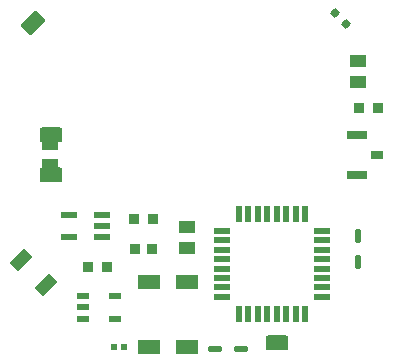
<source format=gbr>
%TF.GenerationSoftware,KiCad,Pcbnew,9.0.1*%
%TF.CreationDate,2025-05-26T11:02:23-07:00*%
%TF.ProjectId,TestWatch,54657374-5761-4746-9368-2e6b69636164,rev?*%
%TF.SameCoordinates,Original*%
%TF.FileFunction,Paste,Top*%
%TF.FilePolarity,Positive*%
%FSLAX46Y46*%
G04 Gerber Fmt 4.6, Leading zero omitted, Abs format (unit mm)*
G04 Created by KiCad (PCBNEW 9.0.1) date 2025-05-26 11:02:23*
%MOMM*%
%LPD*%
G01*
G04 APERTURE LIST*
G04 Aperture macros list*
%AMRoundRect*
0 Rectangle with rounded corners*
0 $1 Rounding radius*
0 $2 $3 $4 $5 $6 $7 $8 $9 X,Y pos of 4 corners*
0 Add a 4 corners polygon primitive as box body*
4,1,4,$2,$3,$4,$5,$6,$7,$8,$9,$2,$3,0*
0 Add four circle primitives for the rounded corners*
1,1,$1+$1,$2,$3*
1,1,$1+$1,$4,$5*
1,1,$1+$1,$6,$7*
1,1,$1+$1,$8,$9*
0 Add four rect primitives between the rounded corners*
20,1,$1+$1,$2,$3,$4,$5,0*
20,1,$1+$1,$4,$5,$6,$7,0*
20,1,$1+$1,$6,$7,$8,$9,0*
20,1,$1+$1,$8,$9,$2,$3,0*%
%AMRotRect*
0 Rectangle, with rotation*
0 The origin of the aperture is its center*
0 $1 length*
0 $2 width*
0 $3 Rotation angle, in degrees counterclockwise*
0 Add horizontal line*
21,1,$1,$2,0,0,$3*%
G04 Aperture macros list end*
%ADD10R,1.420000X1.080000*%
%ADD11R,0.890000X0.930000*%
%ADD12R,0.900000X0.970000*%
%ADD13R,0.540000X0.600000*%
%ADD14RoundRect,0.190500X-0.762000X-0.444500X0.762000X-0.444500X0.762000X0.444500X-0.762000X0.444500X0*%
%ADD15R,1.700000X0.800000*%
%ADD16R,1.100000X0.800000*%
%ADD17R,0.600000X1.475000*%
%ADD18R,1.475000X0.600000*%
%ADD19RoundRect,0.062500X0.187500X-0.542500X0.187500X0.542500X-0.187500X0.542500X-0.187500X-0.542500X0*%
%ADD20R,0.977900X0.508000*%
%ADD21R,1.320800X0.558800*%
%ADD22RoundRect,0.062500X0.542500X0.187500X-0.542500X0.187500X-0.542500X-0.187500X0.542500X-0.187500X0*%
%ADD23R,1.900000X1.300000*%
%ADD24RotRect,0.970000X1.730000X135.000000*%
%ADD25RoundRect,0.190500X-0.224506X-0.853124X0.853124X0.224506X0.224506X0.853124X-0.853124X-0.224506X0*%
%ADD26RoundRect,0.150000X0.247487X0.035355X0.035355X0.247487X-0.247487X-0.035355X-0.035355X-0.247487X0*%
G04 APERTURE END LIST*
D10*
%TO.C,C1*%
X187569200Y-89321299D03*
X187569200Y-91111301D03*
%TD*%
%TO.C,C2*%
X199169200Y-96297299D03*
X199169200Y-98087301D03*
%TD*%
D11*
%TO.C,R1*%
X196300800Y-95642300D03*
X194672800Y-95642300D03*
%TD*%
D12*
%TO.C,R4*%
X196246800Y-98192300D03*
X194726800Y-98192300D03*
%TD*%
D13*
%TO.C,R6*%
X193869000Y-106486000D03*
X193005000Y-106486000D03*
%TD*%
D14*
%TO.C,P13*%
X206818000Y-106134800D03*
%TD*%
D11*
%TO.C,R2*%
X215383200Y-86242300D03*
X213755200Y-86242300D03*
%TD*%
D15*
%TO.C,BUTT1*%
X213569200Y-88516299D03*
X213569200Y-91916301D03*
D16*
X215219200Y-90216300D03*
%TD*%
D17*
%TO.C,STM1*%
X209169200Y-95216299D03*
X208369200Y-95216300D03*
X207569201Y-95216300D03*
X206769200Y-95216300D03*
X205969200Y-95216300D03*
X205169199Y-95216300D03*
X204369200Y-95216300D03*
X203569200Y-95216299D03*
D18*
X202131199Y-96654300D03*
X202131200Y-97454300D03*
X202131200Y-98254299D03*
X202131200Y-99054300D03*
X202131200Y-99854300D03*
X202131200Y-100654301D03*
X202131200Y-101454300D03*
X202131199Y-102254300D03*
D17*
X203569200Y-103692301D03*
X204369200Y-103692300D03*
X205169199Y-103692300D03*
X205969200Y-103692300D03*
X206769200Y-103692300D03*
X207569201Y-103692300D03*
X208369200Y-103692300D03*
X209169200Y-103692301D03*
D18*
X210607201Y-102254300D03*
X210607200Y-101454300D03*
X210607200Y-100654301D03*
X210607200Y-99854300D03*
X210607200Y-99054300D03*
X210607200Y-98254299D03*
X210607200Y-97454300D03*
X210607201Y-96654300D03*
%TD*%
D14*
%TO.C,POGO1*%
X187669200Y-88516300D03*
X187669200Y-91916300D03*
%TD*%
D10*
%TO.C,C3*%
X213669200Y-82297299D03*
X213669200Y-84087301D03*
%TD*%
D19*
%TO.C,DB1*%
X213669200Y-97087300D03*
X213669200Y-99297300D03*
%TD*%
D20*
%TO.C,U1*%
X190338750Y-102192299D03*
X190338750Y-103142300D03*
X190338750Y-104092301D03*
X193069250Y-104092301D03*
X193069250Y-102192299D03*
%TD*%
D21*
%TO.C,CHG1*%
X191940800Y-97178800D03*
X191940800Y-96239000D03*
X191940800Y-95299200D03*
X189197600Y-95299200D03*
X189197600Y-97178800D03*
%TD*%
D22*
%TO.C,DB2*%
X201564200Y-106692300D03*
X203774200Y-106692300D03*
%TD*%
D23*
%TO.C,OSC1*%
X195969200Y-100966300D03*
X195969200Y-106466300D03*
X199169200Y-106466300D03*
X199169200Y-100966300D03*
%TD*%
D24*
%TO.C,R3*%
X187215718Y-101238818D03*
X185122682Y-99145782D03*
%TD*%
D25*
%TO.C,P14*%
X186169153Y-79058740D03*
%TD*%
D26*
%TO.C,DB3*%
X211674225Y-78197325D03*
X212664175Y-79187275D03*
%TD*%
D11*
%TO.C,R5*%
X192383200Y-99692300D03*
X190755200Y-99692300D03*
%TD*%
M02*

</source>
